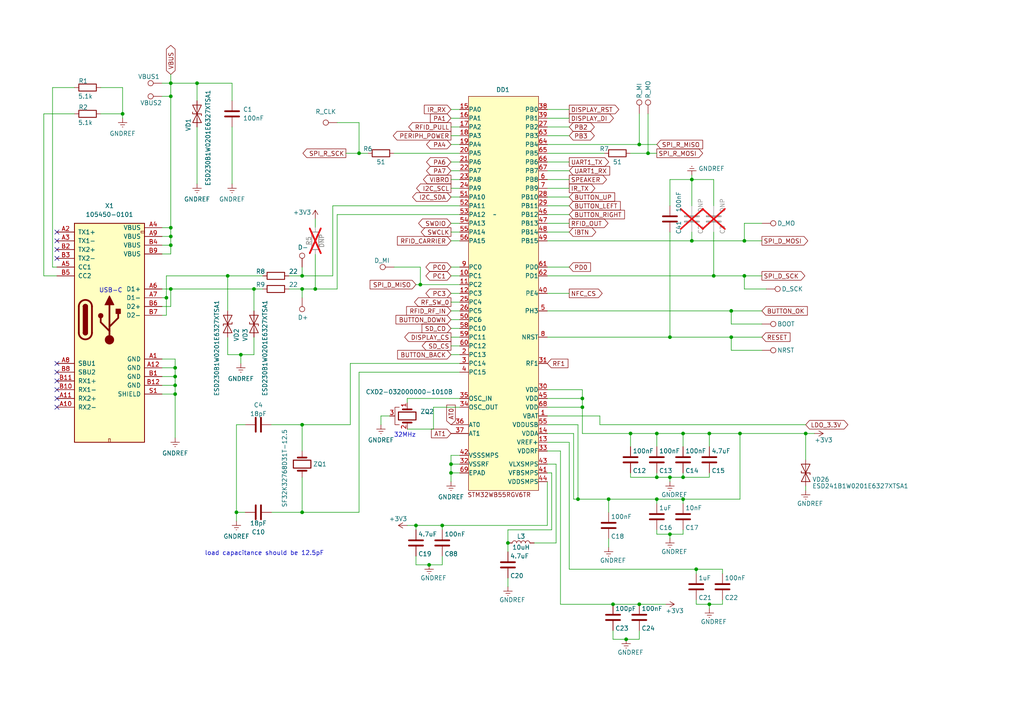
<source format=kicad_sch>
(kicad_sch (version 20250114) (generator "eeschema") (generator_version "9.0")
  (paper "A4")
  (title_block (title "Flipper Device DIY") (rev "13.F7B9C6") (company "Originally from : Flipper Devices Inc.") (comment 1 "DIY Version 1.0"))
  (lib_symbols
    (symbol "Connector:TestPoint" (pin_numbers (hide yes)) (pin_names (offset 0.762) (hide yes))
      (property "Reference" "TP" (at 0 6.858 0))
      (property "Value" "TestPoint" (at 0 5.08 0))
      (symbol "TestPoint_1_1"
        (pin passive line (at 0 0 90) (length 2.54) (name "1") (number "1"))
      )
    )
    (symbol "Connector:USB_C_Plug" (pin_names (offset 1.016))
      (property "Reference" "X1" (at 0 33.02 0))
      (property "Value" "105450-0101" (at 0 30.48 0))
      (symbol "USB_C_Plug_1_1"
        (pin bidirectional line (at -15.24 25.4 0) (length 5.08) (name "TX1+") (number "A2"))
        (pin bidirectional line (at -15.24 22.86 0) (length 5.08) (name "TX1-") (number "A3"))
        (pin bidirectional line (at -15.24 20.32 0) (length 5.08) (name "TX2+") (number "B2"))
        (pin bidirectional line (at -15.24 17.78 0) (length 5.08) (name "TX2-") (number "B3"))
        (pin bidirectional line (at -15.24 15.24 0) (length 5.08) (name "CC1") (number "A5"))
        (pin bidirectional line (at -15.24 12.7 0) (length 5.08) (name "CC2") (number "B5"))
        (pin bidirectional line (at -15.24 -12.7 0) (length 5.08) (name "SBU1") (number "A8"))
        (pin bidirectional line (at -15.24 -15.24 0) (length 5.08) (name "SBU2") (number "B8"))
        (pin bidirectional line (at -15.24 -17.78 0) (length 5.08) (name "RX1+") (number "B11"))
        (pin bidirectional line (at -15.24 -20.32 0) (length 5.08) (name "RX1-") (number "B10"))
        (pin bidirectional line (at -15.24 -22.86 0) (length 5.08) (name "RX2+") (number "A11"))
        (pin bidirectional line (at -15.24 -25.4 0) (length 5.08) (name "RX2-") (number "A10"))
        (pin passive line (at 15.24 26.67 180) (length 5.08) (name "VBUS") (number "A4"))
        (pin passive line (at 15.24 24.13 180) (length 5.08) (name "VBUS") (number "A9"))
        (pin passive line (at 15.24 21.59 180) (length 5.08) (name "VBUS") (number "B4"))
        (pin passive line (at 15.24 19.05 180) (length 5.08) (name "VBUS") (number "B9"))
        (pin bidirectional line (at 15.24 8.89 180) (length 5.08) (name "D1+") (number "A6"))
        (pin bidirectional line (at 15.24 6.35 180) (length 5.08) (name "D1-") (number "A7"))
        (pin passive line (at 15.24 3.81 180) (length 5.08) (name "D2+") (number "B6"))
        (pin passive line (at 15.24 1.27 180) (length 5.08) (name "D2-") (number "B7"))
        (pin passive line (at 15.24 -11.43 180) (length 5.08) (name "GND") (number "A1"))
        (pin passive line (at 15.24 -13.97 180) (length 5.08) (name "GND") (number "A12"))
        (pin passive line (at 15.24 -16.51 180) (length 5.08) (name "GND") (number "B1"))
        (pin passive line (at 15.24 -19.05 180) (length 5.08) (name "GND") (number "B12"))
        (pin passive line (at 15.24 -21.59 180) (length 5.08) (name "SHIELD") (number "S1"))
      )
    )
    (symbol "Device:C" (pin_numbers (hide yes)) (pin_names (offset 0.254))
      (property "Reference" "C" (at 0.635 2.54 0))
      (property "Value" "C" (at 0.635 -2.54 0))
      (symbol "C_1_1"
        (pin passive line (at 0 3.81 270) (length 2.794) (name "~") (number "1"))
        (pin passive line (at 0 -3.81 90) (length 2.794) (name "~") (number "2"))
      )
    )
    (symbol "Device:Crystal" (pin_numbers (hide yes)) (pin_names (offset 1.016) (hide yes))
      (property "Reference" "Y" (at 0 3.81 0))
      (property "Value" "Crystal" (at 0 -3.81 0))
      (symbol "Crystal_1_1"
        (pin passive line (at -3.81 0 0) (length 1.27) (name "1") (number "1"))
        (pin passive line (at 3.81 0 180) (length 1.27) (name "2") (number "2"))
      )
    )
    (symbol "Device:Crystal_GND3" (pin_names (offset 1.016) (hide yes))
      (property "Reference" "Y" (at 0 5.715 0))
      (property "Value" "Crystal_GND3" (at 0 3.81 0))
      (symbol "Crystal_GND3_1_1"
        (pin passive line (at -3.81 0 0) (length 1.27) (name "1") (number "1"))
        (pin passive line (at 0 -5.08 90) (length 1.27) (name "3") (number "3"))
        (pin passive line (at 3.81 0 180) (length 1.27) (name "2") (number "2"))
      )
    )
    (symbol "Device:L" (pin_numbers (hide yes)) (pin_names (offset 1.016) (hide yes))
      (property "Reference" "L" (at -1.27 0 90))
      (property "Value" "L" (at 1.905 0 90))
      (symbol "L_1_1"
        (pin passive line (at 0 3.81 270) (length 1.27) (name "1") (number "1"))
        (pin passive line (at 0 -3.81 90) (length 1.27) (name "2") (number "2"))
      )
    )
    (symbol "Device:R" (pin_numbers (hide yes)) (pin_names (offset 0))
      (property "Reference" "R" (at 2.032 0 90))
      (property "Value" "R" (at 0 0 90))
      (symbol "R_1_1"
        (pin passive line (at 0 3.81 270) (length 1.27) (name "~") (number "1"))
        (pin passive line (at 0 -3.81 90) (length 1.27) (name "~") (number "2"))
      )
    )
    (symbol "Diode:ESD9B5.0ST5G" (pin_numbers (hide yes)) (pin_names (offset 1.016) (hide yes))
      (property "Reference" "D" (at 0 2.54 0))
      (property "Value" "ESD9B5.0ST5G" (at 0 -2.54 0))
      (symbol "ESD9B5.0ST5G_1_1"
        (pin passive line (at -3.81 0 0) (length 2.54) (name "A1") (number "1"))
        (pin passive line (at 3.81 0 180) (length 2.54) (name "A2") (number "2"))
      )
    )
    (symbol "Flipper_Zero_Lib:STM32WB55RGV6TR" (pin_names (offset 0.0001))
      (property "Reference" "DD" (at -8.89 35.56 0))
      (symbol "STM32WB55RGV6TR_1_1"
        (text "STM32WB55RGV6TR" (at -1.27 -81.28 0) (effects (font (size 1.27 1.27))))
        (pin passive line (at -15.24 -60.96 0) (length 5.08) (name "AT0") (number "36"))
        (pin passive line (at -15.24 -63.5 0) (length 5.08) (name "AT1") (number "37"))
        (pin bidirectional line (at -12.7 30.48 0) (length 2.54) (name "PA0") (number "15"))
        (pin bidirectional line (at -12.7 27.94 0) (length 2.54) (name "PA1") (number "16"))
        (pin bidirectional line (at -12.7 25.4 0) (length 2.54) (name "PA2") (number "17"))
        (pin bidirectional line (at -12.7 22.86 0) (length 2.54) (name "PA3") (number "18"))
        (pin bidirectional line (at -12.7 20.32 0) (length 2.54) (name "PA4") (number "19"))
        (pin bidirectional line (at -12.7 17.78 0) (length 2.54) (name "PA5") (number "20"))
        (pin bidirectional line (at -12.7 15.24 0) (length 2.54) (name "PA6") (number "21"))
        (pin bidirectional line (at -12.7 12.7 0) (length 2.54) (name "PA7") (number "22"))
        (pin bidirectional line (at -12.7 10.16 0) (length 2.54) (name "PA8") (number "23"))
        (pin bidirectional line (at -12.7 7.62 0) (length 2.54) (name "PA9") (number "24"))
        (pin bidirectional line (at -12.7 5.08 0) (length 2.54) (name "PA10") (number "51"))
        (pin bidirectional line (at -12.7 2.54 0) (length 2.54) (name "PA11") (number "52"))
        (pin bidirectional line (at -12.7 0 0) (length 2.54) (name "PA12") (number "53"))
        (pin bidirectional line (at -12.7 -2.54 0) (length 2.54) (name "PA13") (number "54"))
        (pin bidirectional line (at -12.7 -5.08 0) (length 2.54) (name "PA14") (number "55"))
        (pin bidirectional line (at -12.7 -7.62 0) (length 2.54) (name "PA15") (number "56"))
        (pin bidirectional line (at -12.7 -15.24 0) (length 2.54) (name "PC0") (number "9"))
        (pin bidirectional line (at -12.7 -17.78 0) (length 2.54) (name "PC1") (number "10"))
        (pin bidirectional line (at -12.7 -20.32 0) (length 2.54) (name "PC2") (number "11"))
        (pin bidirectional line (at -12.7 -22.86 0) (length 2.54) (name "PC3") (number "12"))
        (pin bidirectional line (at -12.7 -25.4 0) (length 2.54) (name "PC4") (number "25"))
        (pin bidirectional line (at -12.7 -27.94 0) (length 2.54) (name "PC5") (number "26"))
        (pin bidirectional line (at -12.7 -30.48 0) (length 2.54) (name "PC6") (number "50"))
        (pin bidirectional line (at -12.7 -33.02 0) (length 2.54) (name "PC10") (number "58"))
        (pin bidirectional line (at -12.7 -35.56 0) (length 2.54) (name "PC11") (number "59"))
        (pin bidirectional line (at -12.7 -38.1 0) (length 2.54) (name "PC12") (number "60"))
        (pin bidirectional line (at -12.7 -40.64 0) (length 2.54) (name "PC13") (number "2"))
        (pin bidirectional line (at -12.7 -43.18 0) (length 2.54) (name "PC14") (number "3"))
        (pin bidirectional line (at -12.7 -45.72 0) (length 2.54) (name "PC15") (number "4"))
        (pin bidirectional line (at -12.7 -53.34 0) (length 2.54) (name "OSC_IN") (number "35"))
        (pin bidirectional line (at -12.7 -55.88 0) (length 2.54) (name "OSC_OUT") (number "34"))
        (pin bidirectional line (at -12.7 -69.85 0) (length 2.54) (name "VSSSMPS") (number "42"))
        (pin bidirectional line (at -12.7 -72.39 0) (length 2.54) (name "VSSRF") (number "32"))
        (pin bidirectional line (at -12.7 -74.93 0) (length 2.54) (name "EPAD") (number "69"))
        (pin bidirectional line (at 12.7 30.48 180) (length 2.54) (name "PB0") (number "38"))
        (pin bidirectional line (at 12.7 27.94 180) (length 2.54) (name "PB1") (number "39"))
        (pin bidirectional line (at 12.7 25.4 180) (length 2.54) (name "PB2") (number "27"))
        (pin bidirectional line (at 12.7 22.86 180) (length 2.54) (name "PB3") (number "63"))
        (pin bidirectional line (at 12.7 20.32 180) (length 2.54) (name "PB4") (number "64"))
        (pin bidirectional line (at 12.7 17.78 180) (length 2.54) (name "PB5") (number "65"))
        (pin bidirectional line (at 12.7 15.24 180) (length 2.54) (name "PB6") (number "66"))
        (pin bidirectional line (at 12.7 12.7 180) (length 2.54) (name "PB7") (number "67"))
        (pin bidirectional line (at 12.7 10.16 180) (length 2.54) (name "PB8") (number "6"))
        (pin bidirectional line (at 12.7 7.62 180) (length 2.54) (name "PB9") (number "7"))
        (pin bidirectional line (at 12.7 5.08 180) (length 2.54) (name "PB10") (number "28"))
        (pin bidirectional line (at 12.7 2.54 180) (length 2.54) (name "PB11") (number "29"))
        (pin bidirectional line (at 12.7 0 180) (length 2.54) (name "PB12") (number "46"))
        (pin bidirectional line (at 12.7 -2.54 180) (length 2.54) (name "PB13") (number "47"))
        (pin bidirectional line (at 12.7 -5.08 180) (length 2.54) (name "PB14") (number "48"))
        (pin bidirectional line (at 12.7 -7.62 180) (length 2.54) (name "PB15") (number "49"))
        (pin bidirectional line (at 12.7 -15.24 180) (length 2.54) (name "PD0") (number "61"))
        (pin bidirectional line (at 12.7 -17.78 180) (length 2.54) (name "PD1") (number "62"))
        (pin bidirectional line (at 12.7 -22.86 180) (length 2.54) (name "PE4") (number "40"))
        (pin bidirectional line (at 12.7 -27.94 180) (length 2.54) (name "PH3") (number "5"))
        (pin bidirectional line (at 12.7 -35.56 180) (length 2.54) (name "NRST") (number "8"))
        (pin bidirectional line (at 12.7 -43.18 180) (length 2.54) (name "RF1") (number "31"))
        (pin bidirectional line (at 12.7 -50.8 180) (length 2.54) (name "VDD") (number "30"))
        (pin bidirectional line (at 12.7 -53.34 180) (length 2.54) (name "VDD") (number "45"))
        (pin bidirectional line (at 12.7 -55.88 180) (length 2.54) (name "VDD") (number "68"))
        (pin bidirectional line (at 12.7 -58.42 180) (length 2.54) (name "VBAT") (number "1"))
        (pin bidirectional line (at 12.7 -60.96 180) (length 2.54) (name "VDDUSB") (number "55"))
        (pin bidirectional line (at 12.7 -63.5 180) (length 2.54) (name "VDDA") (number "14"))
        (pin bidirectional line (at 12.7 -66.04 180) (length 2.54) (name "VREF+") (number "13"))
        (pin bidirectional line (at 12.7 -68.58 180) (length 2.54) (name "VDDRF") (number "33"))
        (pin bidirectional line (at 12.7 -72.39 180) (length 2.54) (name "VLXSMPS") (number "43"))
        (pin bidirectional line (at 12.7 -74.93 180) (length 2.54) (name "VFBSMPS") (number "41"))
        (pin bidirectional line (at 12.7 -77.47 180) (length 2.54) (name "VDDSMPS") (number "44"))
      )
    )
    (symbol "power:+3V3" (power) (pin_names (offset 0))
      (property "Value" "+3V3" (at 0 3.556 0))
      (symbol "+3V3_1_1"
        (pin power_in line (at 0 0 90) (length 0) (hide yes) (name "+3V3") (number "1"))
      )
    )
    (symbol "power:GNDREF" (power) (pin_names (offset 0))
      (property "Value" "GNDREF" (at 0 -3.81 0))
      (symbol "GNDREF_1_1"
        (pin power_in line (at 0 0 270) (length 0) (hide yes) (name "GNDREF") (number "1"))
      )
    )
  )
  (text "load capacitance should be 12.5pF" (at 93.98 161.29 0) (effects (font (size 1.27 1.27)) (justify right bottom)))
  (text "32MHz" (at 120.65 127 0) (effects (font (size 1.27 1.27)) (justify right bottom)))
  (text "USB-C" (at 35.56 85.09 0) (effects (font (size 1.27 1.27)) (justify right bottom)))
  (junction (at 200.66 69.85))
  (junction (at 212.09 90.17))
  (junction (at 214.63 125.73))
  (junction (at 205.74 175.26))
  (junction (at 87.63 83.82))
  (junction (at 185.42 175.26))
  (junction (at 68.58 148.59))
  (junction (at 49.53 24.13))
  (junction (at 73.66 83.82))
  (junction (at 49.53 27.94))
  (junction (at 50.8 109.22))
  (junction (at 190.5 138.43))
  (junction (at 48.26 86.36))
  (junction (at 190.5 125.73))
  (junction (at 168.91 118.11))
  (junction (at 194.31 97.79))
  (junction (at 198.12 125.73))
  (junction (at 190.5 144.78))
  (junction (at 104.14 44.45))
  (junction (at 176.53 144.78))
  (junction (at 198.12 144.78))
  (junction (at 215.9 69.85))
  (junction (at 49.53 71.12))
  (junction (at 187.96 44.45))
  (junction (at 168.91 115.57))
  (junction (at 87.63 148.59))
  (junction (at 215.9 80.01))
  (junction (at 57.15 24.13))
  (junction (at 198.12 138.43))
  (junction (at 130.81 137.16))
  (junction (at 91.44 83.82))
  (junction (at 66.04 80.01))
  (junction (at 205.74 125.73))
  (junction (at 49.53 66.04))
  (junction (at 181.61 185.42))
  (junction (at 201.93 165.1))
  (junction (at 194.31 138.43))
  (junction (at 177.8 175.26))
  (junction (at 147.32 157.48))
  (junction (at 167.64 144.78))
  (junction (at 87.63 123.19))
  (junction (at 200.66 52.07))
  (junction (at 130.81 134.62))
  (junction (at 128.27 152.4))
  (junction (at 50.8 111.76))
  (junction (at 185.42 41.91))
  (junction (at 69.85 102.87))
  (junction (at 35.56 33.02))
  (junction (at 50.8 114.3))
  (junction (at 121.92 82.55))
  (junction (at 182.88 125.73))
  (junction (at 50.8 106.68))
  (junction (at 207.01 80.01))
  (junction (at 194.31 154.94))
  (junction (at 233.68 125.73))
  (junction (at 124.46 163.83))
  (junction (at 49.53 68.58))
  (junction (at 87.63 80.01))
  (junction (at 49.53 83.82))
  (junction (at 212.09 97.79))
  (junction (at 120.65 152.4))
  (no_connect (at 16.51 69.85))
  (no_connect (at 16.51 110.49))
  (no_connect (at 16.51 118.11))
  (no_connect (at 16.51 72.39))
  (no_connect (at 16.51 105.41))
  (no_connect (at 16.51 115.57))
  (no_connect (at 16.51 113.03))
  (no_connect (at 16.51 67.31))
  (no_connect (at 16.51 107.95))
  (no_connect (at 16.51 74.93))
  (wire (pts (xy 96.52 80.01) (xy 96.52 59.69)))
  (wire (pts (xy 185.42 41.91) (xy 190.5 41.91)))
  (wire (pts (xy 212.09 97.79) (xy 194.31 97.79)))
  (wire (pts (xy 207.01 80.01) (xy 215.9 80.01)))
  (wire (pts (xy 201.93 175.26) (xy 205.74 175.26)))
  (wire (pts (xy 73.66 83.82) (xy 76.2 83.82)))
  (wire (pts (xy 67.31 36.83) (xy 67.31 53.34)))
  (wire (pts (xy 50.8 109.22) (xy 50.8 111.76)))
  (wire (pts (xy 57.15 36.83) (xy 57.15 53.34)))
  (wire (pts (xy 97.79 35.56) (xy 104.14 35.56)))
  (wire (pts (xy 200.66 69.85) (xy 215.9 69.85)))
  (wire (pts (xy 69.85 105.41) (xy 69.85 102.87)))
  (wire (pts (xy 177.8 175.26) (xy 185.42 175.26)))
  (wire (pts (xy 158.75 36.83) (xy 165.1 36.83)))
  (wire (pts (xy 185.42 33.02) (xy 185.42 41.91)))
  (wire (pts (xy 187.96 33.02) (xy 187.96 44.45)))
  (wire (pts (xy 96.52 59.69) (xy 133.35 59.69)))
  (wire (pts (xy 120.65 152.4) (xy 128.27 152.4)))
  (wire (pts (xy 205.74 175.26) (xy 209.55 175.26)))
  (wire (pts (xy 97.79 83.82) (xy 91.44 83.82)))
  (wire (pts (xy 130.81 137.16) (xy 133.35 137.16)))
  (wire (pts (xy 158.75 54.61) (xy 165.1 54.61)))
  (wire (pts (xy 147.32 157.48) (xy 147.32 160.02)))
  (wire (pts (xy 194.31 59.69) (xy 194.31 52.07)))
  (wire (pts (xy 194.31 138.43) (xy 198.12 138.43)))
  (wire (pts (xy 158.75 34.29) (xy 165.1 34.29)))
  (wire (pts (xy 182.88 125.73) (xy 190.5 125.73)))
  (wire (pts (xy 15.24 77.47) (xy 16.51 77.47)))
  (wire (pts (xy 207.01 67.31) (xy 207.01 80.01)))
  (wire (pts (xy 158.75 57.15) (xy 165.1 57.15)))
  (wire (pts (xy 158.75 39.37) (xy 165.1 39.37)))
  (wire (pts (xy 104.14 44.45) (xy 106.68 44.45)))
  (wire (pts (xy 46.99 66.04) (xy 49.53 66.04)))
  (wire (pts (xy 167.64 123.19) (xy 167.64 144.78)))
  (wire (pts (xy 198.12 137.16) (xy 198.12 138.43)))
  (wire (pts (xy 130.81 87.63) (xy 133.35 87.63)))
  (wire (pts (xy 220.98 64.77) (xy 215.9 64.77)))
  (wire (pts (xy 182.88 138.43) (xy 190.5 138.43)))
  (wire (pts (xy 158.75 62.23) (xy 165.1 62.23)))
  (wire (pts (xy 68.58 123.19) (xy 68.58 148.59)))
  (wire (pts (xy 29.21 33.02) (xy 35.56 33.02)))
  (wire (pts (xy 128.27 163.83) (xy 128.27 161.29)))
  (wire (pts (xy 212.09 90.17) (xy 220.98 90.17)))
  (wire (pts (xy 49.53 68.58) (xy 49.53 71.12)))
  (wire (pts (xy 21.59 25.4) (xy 15.24 25.4)))
  (wire (pts (xy 104.14 35.56) (xy 104.14 44.45)))
  (wire (pts (xy 35.56 25.4) (xy 35.56 33.02)))
  (wire (pts (xy 158.75 152.4) (xy 128.27 152.4)))
  (wire (pts (xy 168.91 118.11) (xy 158.75 118.11)))
  (wire (pts (xy 205.74 125.73) (xy 214.63 125.73)))
  (wire (pts (xy 147.32 167.64) (xy 147.32 170.18)))
  (wire (pts (xy 66.04 90.17) (xy 66.04 80.01)))
  (wire (pts (xy 73.66 83.82) (xy 49.53 83.82)))
  (wire (pts (xy 158.75 31.75) (xy 165.1 31.75)))
  (wire (pts (xy 114.3 44.45) (xy 133.35 44.45)))
  (wire (pts (xy 110.49 120.65) (xy 110.49 123.19)))
  (wire (pts (xy 130.81 90.17) (xy 133.35 90.17)))
  (wire (pts (xy 182.88 44.45) (xy 187.96 44.45)))
  (wire (pts (xy 46.99 104.14) (xy 50.8 104.14)))
  (wire (pts (xy 177.8 182.88) (xy 177.8 185.42)))
  (wire (pts (xy 49.53 83.82) (xy 46.99 83.82)))
  (wire (pts (xy 21.59 33.02) (xy 12.7 33.02)))
  (wire (pts (xy 130.81 39.37) (xy 133.35 39.37)))
  (wire (pts (xy 165.1 165.1) (xy 201.93 165.1)))
  (wire (pts (xy 205.74 175.26) (xy 205.74 176.53)))
  (wire (pts (xy 73.66 102.87) (xy 69.85 102.87)))
  (wire (pts (xy 101.6 123.19) (xy 87.63 123.19)))
  (wire (pts (xy 130.81 34.29) (xy 133.35 34.29)))
  (wire (pts (xy 46.99 73.66) (xy 49.53 73.66)))
  (wire (pts (xy 194.31 154.94) (xy 190.5 154.94)))
  (wire (pts (xy 200.66 52.07) (xy 207.01 52.07)))
  (wire (pts (xy 200.66 69.85) (xy 158.75 69.85)))
  (wire (pts (xy 200.66 67.31) (xy 200.66 69.85)))
  (wire (pts (xy 214.63 125.73) (xy 233.68 125.73)))
  (wire (pts (xy 50.8 104.14) (xy 50.8 106.68)))
  (wire (pts (xy 130.81 57.15) (xy 133.35 57.15)))
  (wire (pts (xy 48.26 91.44) (xy 46.99 91.44)))
  (wire (pts (xy 46.99 71.12) (xy 49.53 71.12)))
  (wire (pts (xy 133.35 105.41) (xy 101.6 105.41)))
  (wire (pts (xy 162.56 130.81) (xy 162.56 175.26)))
  (wire (pts (xy 158.75 49.53) (xy 165.1 49.53)))
  (wire (pts (xy 133.35 62.23) (xy 97.79 62.23)))
  (wire (pts (xy 101.6 105.41) (xy 101.6 123.19)))
  (wire (pts (xy 176.53 144.78) (xy 190.5 144.78)))
  (wire (pts (xy 73.66 97.79) (xy 73.66 102.87)))
  (wire (pts (xy 201.93 173.99) (xy 201.93 175.26)))
  (wire (pts (xy 158.75 77.47) (xy 165.1 77.47)))
  (wire (pts (xy 48.26 86.36) (xy 48.26 91.44)))
  (wire (pts (xy 68.58 148.59) (xy 71.12 148.59)))
  (wire (pts (xy 66.04 102.87) (xy 69.85 102.87)))
  (wire (pts (xy 121.92 77.47) (xy 121.92 82.55)))
  (wire (pts (xy 205.74 138.43) (xy 205.74 137.16)))
  (wire (pts (xy 185.42 175.26) (xy 193.04 175.26)))
  (wire (pts (xy 194.31 138.43) (xy 194.31 139.7)))
  (wire (pts (xy 198.12 138.43) (xy 205.74 138.43)))
  (wire (pts (xy 91.44 63.5) (xy 91.44 66.04)))
  (wire (pts (xy 66.04 80.01) (xy 76.2 80.01)))
  (wire (pts (xy 104.14 107.95) (xy 104.14 148.59)))
  (wire (pts (xy 91.44 73.66) (xy 91.44 83.82)))
  (wire (pts (xy 66.04 80.01) (xy 48.26 80.01)))
  (wire (pts (xy 130.81 52.07) (xy 133.35 52.07)))
  (wire (pts (xy 158.75 67.31) (xy 165.1 67.31)))
  (wire (pts (xy 166.37 144.78) (xy 167.64 144.78)))
  (wire (pts (xy 130.81 49.53) (xy 133.35 49.53)))
  (wire (pts (xy 48.26 80.01) (xy 48.26 86.36)))
  (wire (pts (xy 187.96 44.45) (xy 190.5 44.45)))
  (wire (pts (xy 215.9 80.01) (xy 220.98 80.01)))
  (wire (pts (xy 220.98 101.6) (xy 212.09 101.6)))
  (wire (pts (xy 158.75 85.09) (xy 165.1 85.09)))
  (wire (pts (xy 68.58 148.59) (xy 68.58 151.13)))
  (wire (pts (xy 49.53 21.59) (xy 49.53 24.13)))
  (wire (pts (xy 158.75 128.27) (xy 165.1 128.27)))
  (wire (pts (xy 87.63 80.01) (xy 96.52 80.01)))
  (wire (pts (xy 113.03 120.65) (xy 110.49 120.65)))
  (wire (pts (xy 15.24 25.4) (xy 15.24 77.47)))
  (wire (pts (xy 160.02 137.16) (xy 160.02 153.67)))
  (wire (pts (xy 87.63 148.59) (xy 87.63 138.43)))
  (wire (pts (xy 161.29 157.48) (xy 161.29 134.62)))
  (wire (pts (xy 49.53 71.12) (xy 49.53 73.66)))
  (wire (pts (xy 120.65 82.55) (xy 121.92 82.55)))
  (wire (pts (xy 176.53 156.21) (xy 176.53 158.75)))
  (wire (pts (xy 212.09 97.79) (xy 220.98 97.79)))
  (wire (pts (xy 201.93 165.1) (xy 209.55 165.1)))
  (wire (pts (xy 50.8 114.3) (xy 50.8 127)))
  (wire (pts (xy 130.81 80.01) (xy 133.35 80.01)))
  (wire (pts (xy 190.5 125.73) (xy 198.12 125.73)))
  (wire (pts (xy 12.7 33.02) (xy 12.7 80.01)))
  (wire (pts (xy 49.53 24.13) (xy 49.53 27.94)))
  (wire (pts (xy 130.81 95.25) (xy 133.35 95.25)))
  (wire (pts (xy 78.74 148.59) (xy 87.63 148.59)))
  (wire (pts (xy 147.32 153.67) (xy 147.32 157.48)))
  (wire (pts (xy 130.81 132.08) (xy 130.81 134.62)))
  (wire (pts (xy 190.5 144.78) (xy 190.5 146.05)))
  (wire (pts (xy 133.35 132.08) (xy 130.81 132.08)))
  (wire (pts (xy 154.94 157.48) (xy 161.29 157.48)))
  (wire (pts (xy 130.81 85.09) (xy 133.35 85.09)))
  (wire (pts (xy 198.12 125.73) (xy 198.12 129.54)))
  (wire (pts (xy 209.55 175.26) (xy 209.55 173.99)))
  (wire (pts (xy 118.11 124.46) (xy 125.73 124.46)))
  (wire (pts (xy 118.11 152.4) (xy 120.65 152.4)))
  (wire (pts (xy 198.12 144.78) (xy 214.63 144.78)))
  (wire (pts (xy 130.81 137.16) (xy 130.81 139.7)))
  (wire (pts (xy 173.99 123.19) (xy 233.68 123.19)))
  (wire (pts (xy 158.75 125.73) (xy 166.37 125.73)))
  (wire (pts (xy 167.64 144.78) (xy 176.53 144.78)))
  (wire (pts (xy 12.7 80.01) (xy 16.51 80.01)))
  (wire (pts (xy 46.99 114.3) (xy 50.8 114.3)))
  (wire (pts (xy 158.75 123.19) (xy 167.64 123.19)))
  (wire (pts (xy 214.63 144.78) (xy 214.63 125.73)))
  (wire (pts (xy 198.12 144.78) (xy 198.12 146.05)))
  (wire (pts (xy 91.44 83.82) (xy 87.63 83.82)))
  (wire (pts (xy 87.63 77.47) (xy 87.63 80.01)))
  (wire (pts (xy 194.31 67.31) (xy 194.31 97.79)))
  (wire (pts (xy 46.99 111.76) (xy 50.8 111.76)))
  (wire (pts (xy 130.81 97.79) (xy 133.35 97.79)))
  (wire (pts (xy 130.81 92.71) (xy 133.35 92.71)))
  (wire (pts (xy 87.63 83.82) (xy 87.63 86.36)))
  (wire (pts (xy 130.81 41.91) (xy 133.35 41.91)))
  (wire (pts (xy 198.12 153.67) (xy 198.12 154.94)))
  (wire (pts (xy 198.12 154.94) (xy 194.31 154.94)))
  (wire (pts (xy 205.74 125.73) (xy 205.74 129.54)))
  (wire (pts (xy 66.04 97.79) (xy 66.04 102.87)))
  (wire (pts (xy 215.9 83.82) (xy 215.9 80.01)))
  (wire (pts (xy 158.75 139.7) (xy 158.75 152.4)))
  (wire (pts (xy 46.99 24.13) (xy 49.53 24.13)))
  (wire (pts (xy 46.99 109.22) (xy 50.8 109.22)))
  (wire (pts (xy 168.91 115.57) (xy 168.91 118.11)))
  (wire (pts (xy 168.91 125.73) (xy 182.88 125.73)))
  (wire (pts (xy 83.82 80.01) (xy 87.63 80.01)))
  (wire (pts (xy 87.63 83.82) (xy 83.82 83.82)))
  (wire (pts (xy 194.31 154.94) (xy 194.31 156.21)))
  (wire (pts (xy 190.5 125.73) (xy 190.5 129.54)))
  (wire (pts (xy 57.15 24.13) (xy 57.15 29.21)))
  (wire (pts (xy 130.81 67.31) (xy 133.35 67.31)))
  (wire (pts (xy 215.9 69.85) (xy 220.98 69.85)))
  (wire (pts (xy 133.35 107.95) (xy 104.14 107.95)))
  (wire (pts (xy 46.99 27.94) (xy 49.53 27.94)))
  (wire (pts (xy 222.25 83.82) (xy 215.9 83.82)))
  (wire (pts (xy 158.75 113.03) (xy 168.91 113.03)))
  (wire (pts (xy 182.88 137.16) (xy 182.88 138.43)))
  (wire (pts (xy 181.61 185.42) (xy 185.42 185.42)))
  (wire (pts (xy 97.79 62.23) (xy 97.79 83.82)))
  (wire (pts (xy 158.75 120.65) (xy 173.99 120.65)))
  (wire (pts (xy 29.21 25.4) (xy 35.56 25.4)))
  (wire (pts (xy 50.8 106.68) (xy 50.8 109.22)))
  (wire (pts (xy 190.5 153.67) (xy 190.5 154.94)))
  (wire (pts (xy 49.53 27.94) (xy 49.53 66.04)))
  (wire (pts (xy 212.09 93.98) (xy 212.09 90.17)))
  (wire (pts (xy 67.31 24.13) (xy 57.15 24.13)))
  (wire (pts (xy 158.75 46.99) (xy 165.1 46.99)))
  (wire (pts (xy 233.68 125.73) (xy 236.22 125.73)))
  (wire (pts (xy 46.99 106.68) (xy 50.8 106.68)))
  (wire (pts (xy 190.5 144.78) (xy 198.12 144.78)))
  (wire (pts (xy 68.58 123.19) (xy 71.12 123.19)))
  (wire (pts (xy 158.75 137.16) (xy 160.02 137.16)))
  (wire (pts (xy 200.66 50.8) (xy 200.66 52.07)))
  (wire (pts (xy 130.81 46.99) (xy 133.35 46.99)))
  (wire (pts (xy 78.74 123.19) (xy 87.63 123.19)))
  (wire (pts (xy 158.75 64.77) (xy 165.1 64.77)))
  (wire (pts (xy 120.65 153.67) (xy 120.65 152.4)))
  (wire (pts (xy 198.12 125.73) (xy 205.74 125.73)))
  (wire (pts (xy 130.81 134.62) (xy 130.81 137.16)))
  (wire (pts (xy 158.75 44.45) (xy 175.26 44.45)))
  (wire (pts (xy 128.27 152.4) (xy 128.27 153.67)))
  (wire (pts (xy 194.31 52.07) (xy 200.66 52.07)))
  (wire (pts (xy 73.66 90.17) (xy 73.66 83.82)))
  (wire (pts (xy 176.53 144.78) (xy 176.53 148.59)))
  (wire (pts (xy 130.81 69.85) (xy 133.35 69.85)))
  (wire (pts (xy 114.3 77.47) (xy 121.92 77.47)))
  (wire (pts (xy 50.8 111.76) (xy 50.8 114.3)))
  (wire (pts (xy 49.53 24.13) (xy 57.15 24.13)))
  (wire (pts (xy 130.81 64.77) (xy 133.35 64.77)))
  (wire (pts (xy 220.98 93.98) (xy 212.09 93.98)))
  (wire (pts (xy 124.46 163.83) (xy 128.27 163.83)))
  (wire (pts (xy 233.68 125.73) (xy 233.68 133.35)))
  (wire (pts (xy 158.75 90.17) (xy 212.09 90.17)))
  (wire (pts (xy 130.81 31.75) (xy 133.35 31.75)))
  (wire (pts (xy 118.11 116.84) (xy 118.11 115.57)))
  (wire (pts (xy 130.81 102.87) (xy 133.35 102.87)))
  (wire (pts (xy 168.91 118.11) (xy 168.91 125.73)))
  (wire (pts (xy 125.73 124.46) (xy 125.73 118.11)))
  (wire (pts (xy 118.11 115.57) (xy 133.35 115.57)))
  (wire (pts (xy 190.5 137.16) (xy 190.5 138.43)))
  (wire (pts (xy 209.55 166.37) (xy 209.55 165.1)))
  (wire (pts (xy 120.65 163.83) (xy 124.46 163.83)))
  (wire (pts (xy 201.93 165.1) (xy 201.93 166.37)))
  (wire (pts (xy 130.81 54.61) (xy 133.35 54.61)))
  (wire (pts (xy 49.53 88.9) (xy 49.53 83.82)))
  (wire (pts (xy 120.65 161.29) (xy 120.65 163.83)))
  (wire (pts (xy 160.02 153.67) (xy 147.32 153.67)))
  (wire (pts (xy 46.99 68.58) (xy 49.53 68.58)))
  (wire (pts (xy 212.09 97.79) (xy 212.09 101.6)))
  (wire (pts (xy 67.31 29.21) (xy 67.31 24.13)))
  (wire (pts (xy 168.91 113.03) (xy 168.91 115.57)))
  (wire (pts (xy 158.75 59.69) (xy 165.1 59.69)))
  (wire (pts (xy 130.81 100.33) (xy 133.35 100.33)))
  (wire (pts (xy 166.37 125.73) (xy 166.37 144.78)))
  (wire (pts (xy 130.81 36.83) (xy 133.35 36.83)))
  (wire (pts (xy 35.56 33.02) (xy 35.56 34.29)))
  (wire (pts (xy 130.81 77.47) (xy 133.35 77.47)))
  (wire (pts (xy 46.99 86.36) (xy 48.26 86.36)))
  (wire (pts (xy 100.33 44.45) (xy 104.14 44.45)))
  (wire (pts (xy 162.56 175.26) (xy 177.8 175.26)))
  (wire (pts (xy 190.5 138.43) (xy 194.31 138.43)))
  (wire (pts (xy 177.8 185.42) (xy 181.61 185.42)))
  (wire (pts (xy 130.81 134.62) (xy 133.35 134.62)))
  (wire (pts (xy 233.68 140.97) (xy 233.68 142.24)))
  (wire (pts (xy 182.88 125.73) (xy 182.88 129.54)))
  (wire (pts (xy 158.75 130.81) (xy 162.56 130.81)))
  (wire (pts (xy 185.42 185.42) (xy 185.42 182.88)))
  (wire (pts (xy 49.53 66.04) (xy 49.53 68.58)))
  (wire (pts (xy 173.99 120.65) (xy 173.99 123.19)))
  (wire (pts (xy 46.99 88.9) (xy 49.53 88.9)))
  (wire (pts (xy 194.31 97.79) (xy 158.75 97.79)))
  (wire (pts (xy 104.14 148.59) (xy 87.63 148.59)))
  (wire (pts (xy 158.75 80.01) (xy 207.01 80.01)))
  (wire (pts (xy 125.73 118.11) (xy 133.35 118.11)))
  (wire (pts (xy 158.75 115.57) (xy 168.91 115.57)))
  (wire (pts (xy 87.63 123.19) (xy 87.63 130.81)))
  (wire (pts (xy 158.75 52.07) (xy 165.1 52.07)))
  (wire (pts (xy 165.1 128.27) (xy 165.1 165.1)))
  (wire (pts (xy 207.01 52.07) (xy 207.01 59.69)))
  (wire (pts (xy 158.75 41.91) (xy 185.42 41.91)))
  (wire (pts (xy 215.9 64.77) (xy 215.9 69.85)))
  (wire (pts (xy 200.66 52.07) (xy 200.66 59.69)))
  (wire (pts (xy 121.92 82.55) (xy 133.35 82.55)))
  (wire (pts (xy 161.29 134.62) (xy 158.75 134.62)))
  (global_label "PD0" (shape input) (at 165.1 77.47 0) (property "Intersheetrefs" "${INTERSHEET_REFS}" (effects (hide yes))))
  (global_label "RFID_OUT" (shape output) (at 165.1 64.77 0) (property "Intersheetrefs" "${INTERSHEET_REFS}" (effects (hide yes))))
  (global_label "PA7" (shape bidirectional) (at 130.81 49.53 180) (property "Intersheetrefs" "${INTERSHEET_REFS}" (effects (hide yes))))
  (global_label "NFC_CS" (shape output) (at 165.1 85.09 0) (property "Intersheetrefs" "${INTERSHEET_REFS}" (effects (hide yes))))
  (global_label "PERIPH_POWER" (shape output) (at 130.81 39.37 180) (property "Intersheetrefs" "${INTERSHEET_REFS}" (effects (hide yes))))
  (global_label "PB2" (shape bidirectional) (at 165.1 36.83 0) (property "Intersheetrefs" "${INTERSHEET_REFS}" (effects (hide yes))))
  (global_label "iBTN" (shape bidirectional) (at 165.1 67.31 0) (property "Intersheetrefs" "${INTERSHEET_REFS}" (effects (hide yes))))
  (global_label "AT0" (shape input) (at 130.81 123.19 90) (property "Intersheetrefs" "${INTERSHEET_REFS}" (effects (hide yes))))
  (global_label "SPI_D_SCK" (shape output) (at 220.98 80.01 0) (property "Intersheetrefs" "${INTERSHEET_REFS}" (effects (hide yes))))
  (global_label "SPI_R_MOSI" (shape output) (at 190.5 44.45 0) (property "Intersheetrefs" "${INTERSHEET_REFS}" (effects (hide yes))))
  (global_label "SWDIO" (shape bidirectional) (at 130.81 64.77 180) (property "Intersheetrefs" "${INTERSHEET_REFS}" (effects (hide yes))))
  (global_label "SD_CS" (shape output) (at 130.81 100.33 180) (property "Intersheetrefs" "${INTERSHEET_REFS}" (effects (hide yes))))
  (global_label "RFID_CARRIER" (shape input) (at 130.81 69.85 180) (property "Intersheetrefs" "${INTERSHEET_REFS}" (effects (hide yes))))
  (global_label "PA6" (shape bidirectional) (at 130.81 46.99 180) (property "Intersheetrefs" "${INTERSHEET_REFS}" (effects (hide yes))))
  (global_label "LDO_3.3V" (shape bidirectional) (at 233.68 123.19 0) (property "Intersheetrefs" "${INTERSHEET_REFS}" (effects (hide yes))))
  (global_label "BUTTON_BACK" (shape input) (at 130.81 102.87 180) (property "Intersheetrefs" "${INTERSHEET_REFS}" (effects (hide yes))))
  (global_label "SD_CD" (shape input) (at 130.81 95.25 180) (property "Intersheetrefs" "${INTERSHEET_REFS}" (effects (hide yes))))
  (global_label "I2C_SDA" (shape bidirectional) (at 130.81 57.15 180) (property "Intersheetrefs" "${INTERSHEET_REFS}" (effects (hide yes))))
  (global_label "PC0" (shape bidirectional) (at 130.81 77.47 180) (property "Intersheetrefs" "${INTERSHEET_REFS}" (effects (hide yes))))
  (global_label "SWCLK" (shape output) (at 130.81 67.31 180) (property "Intersheetrefs" "${INTERSHEET_REFS}" (effects (hide yes))))
  (global_label "RF_SW_0" (shape output) (at 130.81 87.63 180) (property "Intersheetrefs" "${INTERSHEET_REFS}" (effects (hide yes))))
  (global_label "SPI_D_MOSI" (shape output) (at 220.98 69.85 0) (property "Intersheetrefs" "${INTERSHEET_REFS}" (effects (hide yes))))
  (global_label "PB3" (shape bidirectional) (at 165.1 39.37 0) (property "Intersheetrefs" "${INTERSHEET_REFS}" (effects (hide yes))))
  (global_label "PC3" (shape bidirectional) (at 130.81 85.09 180) (property "Intersheetrefs" "${INTERSHEET_REFS}" (effects (hide yes))))
  (global_label "RF1" (shape input) (at 158.75 105.41 0) (property "Intersheetrefs" "${INTERSHEET_REFS}" (effects (hide yes))))
  (global_label "AT1" (shape input) (at 130.81 125.73 180) (property "Intersheetrefs" "${INTERSHEET_REFS}" (effects (hide yes))))
  (global_label "SPI_R_MISO" (shape input) (at 190.5 41.91 0) (property "Intersheetrefs" "${INTERSHEET_REFS}" (effects (hide yes))))
  (global_label "UART1_TX" (shape output) (at 165.1 46.99 0) (property "Intersheetrefs" "${INTERSHEET_REFS}" (effects (hide yes))))
  (global_label "BUTTON_RIGHT" (shape input) (at 165.1 62.23 0) (property "Intersheetrefs" "${INTERSHEET_REFS}" (effects (hide yes))))
  (global_label "PA1" (shape input) (at 130.81 34.29 180) (property "Intersheetrefs" "${INTERSHEET_REFS}" (effects (hide yes))))
  (global_label "SPEAKER" (shape output) (at 165.1 52.07 0) (property "Intersheetrefs" "${INTERSHEET_REFS}" (effects (hide yes))))
  (global_label "BUTTON_LEFT" (shape input) (at 165.1 59.69 0) (property "Intersheetrefs" "${INTERSHEET_REFS}" (effects (hide yes))))
  (global_label "BUTTON_UP" (shape input) (at 165.1 57.15 0) (property "Intersheetrefs" "${INTERSHEET_REFS}" (effects (hide yes))))
  (global_label "IR_RX" (shape input) (at 130.81 31.75 180) (property "Intersheetrefs" "${INTERSHEET_REFS}" (effects (hide yes))))
  (global_label "I2C_SCL" (shape output) (at 130.81 54.61 180) (property "Intersheetrefs" "${INTERSHEET_REFS}" (effects (hide yes))))
  (global_label "SPI_D_MISO" (shape input) (at 120.65 82.55 180) (property "Intersheetrefs" "${INTERSHEET_REFS}" (effects (hide yes))))
  (global_label "RFID_PULL" (shape output) (at 130.81 36.83 180) (property "Intersheetrefs" "${INTERSHEET_REFS}" (effects (hide yes))))
  (global_label "UART1_RX" (shape input) (at 165.1 49.53 0) (property "Intersheetrefs" "${INTERSHEET_REFS}" (effects (hide yes))))
  (global_label "RFID_RF_IN" (shape input) (at 130.81 90.17 180) (property "Intersheetrefs" "${INTERSHEET_REFS}" (effects (hide yes))))
  (global_label "DISPLAY_DI" (shape output) (at 165.1 34.29 0) (property "Intersheetrefs" "${INTERSHEET_REFS}" (effects (hide yes))))
  (global_label "PA4" (shape bidirectional) (at 130.81 41.91 180) (property "Intersheetrefs" "${INTERSHEET_REFS}" (effects (hide yes))))
  (global_label "BUTTON_DOWN" (shape input) (at 130.81 92.71 180) (property "Intersheetrefs" "${INTERSHEET_REFS}" (effects (hide yes))))
  (global_label "DISPLAY_RST" (shape output) (at 165.1 31.75 0) (property "Intersheetrefs" "${INTERSHEET_REFS}" (effects (hide yes))))
  (global_label "SPI_R_SCK" (shape output) (at 100.33 44.45 180) (property "Intersheetrefs" "${INTERSHEET_REFS}" (effects (hide yes))))
  (global_label "PC1" (shape bidirectional) (at 130.81 80.01 180) (property "Intersheetrefs" "${INTERSHEET_REFS}" (effects (hide yes))))
  (global_label "RESET" (shape input) (at 220.98 97.79 0) (property "Intersheetrefs" "${INTERSHEET_REFS}" (effects (hide yes))))
  (global_label "IR_TX" (shape output) (at 165.1 54.61 0) (property "Intersheetrefs" "${INTERSHEET_REFS}" (effects (hide yes))))
  (global_label "BUTTON_OK" (shape input) (at 220.98 90.17 0) (property "Intersheetrefs" "${INTERSHEET_REFS}" (effects (hide yes))))
  (global_label "VIBRO" (shape output) (at 130.81 52.07 180) (property "Intersheetrefs" "${INTERSHEET_REFS}" (effects (hide yes))))
  (global_label "VBUS" (shape bidirectional) (at 49.53 21.59 90) (property "Intersheetrefs" "${INTERSHEET_REFS}" (effects (hide yes))))
  (global_label "DISPLAY_CS" (shape output) (at 130.81 97.79 180) (property "Intersheetrefs" "${INTERSHEET_REFS}" (effects (hide yes))))
  (symbol (lib_id "Connector:TestPoint") (at 185.42 33.02 0) (unit 1)
    (property "Reference" "TP46" (effects (hide yes)))
    (property "Value" "R_MI" (at 185.42 28.575 90) (effects (justify left)))
    (property "Footprint" "TestPoint:TestPoint_Pad_1.0x1.0mm" (effects (hide yes)))
  )
  (symbol (lib_id "power:GNDREF") (at 194.31 156.21 0) (unit 1)
    (property "Reference" "#PWR072" (effects (hide yes)))
    (property "Value" "GNDREF" (at 195.58 160.02 0))
  )
  (symbol (lib_id "power:+3V3") (at 91.44 63.5 0) (unit 1)
    (property "Reference" "#PWR055" (effects (hide yes)))
    (property "Value" "+3V3" (at 87.63 61.595 0))
  )
  (symbol (lib_id "power:GNDREF") (at 181.61 185.42 0) (unit 1)
    (property "Reference" "#PWR075" (effects (hide yes)))
    (property "Value" "GNDREF" (at 182.88 189.23 0))
  )
  (symbol (lib_id "power:+3V3") (at 236.22 125.73 270) (unit 1)
    (property "Reference" "#PWR070" (effects (hide yes)))
    (property "Value" "+3V3" (at 236.22 127.635 90) (effects (justify left)))
  )
  (symbol (lib_id "Device:R") (at 25.4 25.4 90) (unit 1)
    (property "Reference" "R1" (at 24.13 23.495 90))
    (property "Value" "5.1k" (at 24.765 27.94 90))
    (property "Footprint" "Resistor_SMD:R_0402_1005Metric" (effects (hide yes)))
  )
  (symbol (lib_id "power:GNDREF") (at 67.31 53.34 0) (unit 1)
    (property "Reference" "#PWR053" (effects (hide yes)))
    (property "Value" "GNDREF" (at 67.31 57.785 0))
  )
  (symbol (lib_id "Connector:TestPoint") (at 46.99 27.94 90) (unit 1)
    (property "Reference" "TP42" (effects (hide yes)))
    (property "Value" "VBUS2" (at 43.815 29.845 90))
    (property "Footprint" "TestPoint:TestPoint_Pad_1.0x1.0mm" (effects (hide yes)))
  )
  (symbol (lib_id "Connector:TestPoint") (at 220.98 101.6 270) (unit 1)
    (property "Reference" "TP51" (effects (hide yes)))
    (property "Value" "NRST" (at 225.425 101.6 90) (effects (justify left)))
    (property "Footprint" "TestPoint:TestPoint_Pad_1.0x1.0mm" (effects (hide yes)))
  )
  (symbol (lib_id "Device:Crystal_GND3") (at 118.11 120.65 270) (unit 1)
    (property "Reference" "ZQ2" (at 121.92 119.38 90) (effects (justify left)))
    (property "Value" "CXD2-032000000-1010B" (at 106.045 113.665 90) (effects (justify left)))
    (property "Footprint" "Crystal:Crystal_SMD_2520-4Pin_2.5x2.0mm" (effects (hide yes)))
    (property "description" "Crystals 32MHz" (effects (hide yes)))
  )
  (symbol (lib_id "Connector:TestPoint") (at 97.79 35.56 90) (unit 1)
    (property "Reference" "TP40" (effects (hide yes)))
    (property "Value" "R_CLK" (at 94.488 32.385 90))
    (property "Footprint" "TestPoint:TestPoint_Pad_1.0x1.0mm" (effects (hide yes)))
  )
  (symbol (lib_id "Connector:TestPoint") (at 46.99 24.13 90) (unit 1)
    (property "Reference" "TP41" (effects (hide yes)))
    (property "Value" "VBUS1" (at 43.18 22.225 90))
    (property "Footprint" "TestPoint:TestPoint_Pad_1.0x1.0mm" (effects (hide yes)))
  )
  (symbol (lib_id "Device:C") (at 120.65 157.48 0) (unit 1)
    (property "Reference" "C19" (at 121.285 160.655 0) (effects (justify left)))
    (property "Value" "4.7uF" (at 121.285 154.94 0) (effects (justify left)))
    (property "Footprint" "Capacitor_SMD:C_0402_1005Metric" (effects (hide yes)))
  )
  (symbol (lib_id "Device:C") (at 200.66 63.5 0) (unit 1) (dnp yes)
    (property "Reference" "C2" (at 203.2 67.945 90) (effects (justify left)))
    (property "Value" "DNP" (at 203.2 61.595 90) (effects (justify left)))
    (property "Footprint" "Capacitor_SMD:C_0402_1005Metric" (effects (hide yes)))
  )
  (symbol (lib_id "power:GNDREF") (at 200.66 50.8 180) (unit 1)
    (property "Reference" "#PWR059" (effects (hide yes)))
    (property "Value" "GNDREF" (at 206.375 48.895 0))
  )
  (symbol (lib_id "Device:C") (at 74.93 123.19 90) (unit 1)
    (property "Reference" "C4" (at 74.93 117.475 90))
    (property "Value" "18pF" (at 74.93 120.015 90))
    (property "Footprint" "Capacitor_SMD:C_0402_1005Metric" (effects (hide yes)))
  )
  (symbol (lib_id "Device:R") (at 80.01 80.01 90) (unit 1)
    (property "Reference" "R8" (at 75.565 78.74 90))
    (property "Value" "22" (at 85.09 78.74 90))
    (property "Footprint" "Resistor_SMD:R_0402_1005Metric" (effects (hide yes)))
  )
  (symbol (lib_id "Device:L") (at 151.13 157.48 90) (unit 1)
    (property "Reference" "L3" (at 151.13 155.575 90))
    (property "Value" "10uH" (at 151.13 158.75 90))
    (property "Footprint" "Inductor_SMD:L_0805_2012Metric" (effects (hide yes)))
  )
  (symbol (lib_id "Device:C") (at 198.12 133.35 0) (unit 1)
    (property "Reference" "C14" (at 198.755 136.525 0) (effects (justify left)))
    (property "Value" "100nF" (at 198.755 130.81 0) (effects (justify left)))
    (property "Footprint" "Capacitor_SMD:C_0402_1005Metric" (effects (hide yes)))
  )
  (symbol (lib_id "power:GNDREF") (at 110.49 123.19 0) (unit 1)
    (property "Reference" "#PWR057" (effects (hide yes)))
    (property "Value" "GNDREF" (at 110.49 127.635 0))
  )
  (symbol (lib_id "Device:C") (at 194.31 63.5 0) (unit 1)
    (property "Reference" "C41" (at 196.85 67.945 90) (effects (justify left)))
    (property "Value" "100nF" (at 196.85 61.595 90) (effects (justify left)))
    (property "Footprint" "Capacitor_SMD:C_0603_1608Metric" (effects (hide yes)))
  )
  (symbol (lib_id "Connector:TestPoint") (at 187.96 33.02 0) (unit 1)
    (property "Reference" "TP47" (effects (hide yes)))
    (property "Value" "R_MO" (at 187.96 28.575 90) (effects (justify left)))
    (property "Footprint" "TestPoint:TestPoint_Pad_1.0x1.0mm" (effects (hide yes)))
  )
  (symbol (lib_id "power:GNDREF") (at 233.68 142.24 0) (unit 1)
    (property "Reference" "#PWR069" (effects (hide yes)))
    (property "Value" "GNDREF" (at 234.95 146.05 0))
  )
  (symbol (lib_id "Connector:USB_C_Plug") (at 31.75 92.71 0) (unit 1)
    (property "Reference" "X1" (at 31.75 59.69 0))
    (property "Value" "105450-0101" (at 31.75 62.23 0))
    (property "Footprint" "Connector_USB:USB_C_Receptacle_Amphenol_12401610E4-2A" (effects (hide yes)))
    (property "Datasheet" "https://www.usb.org/sites/default/files/documents/usb_type-c.zip" (effects (hide yes)))
  )
  (symbol (lib_id "Device:R") (at 91.44 69.85 180) (unit 1) (dnp yes)
    (property "Reference" "R5" (at 89.535 69.85 90))
    (property "Value" "DNP" (at 93.345 69.85 90))
    (property "Footprint" "Resistor_SMD:R_0402_1005Metric" (effects (hide yes)))
  )
  (symbol (lib_id "Device:C") (at 198.12 149.86 0) (unit 1)
    (property "Reference" "C17" (at 198.755 153.035 0) (effects (justify left)))
    (property "Value" "10nF" (at 198.755 147.32 0) (effects (justify left)))
    (property "Footprint" "Capacitor_SMD:C_0402_1005Metric" (effects (hide yes)))
  )
  (symbol (lib_id "Device:C") (at 128.27 157.48 0) (unit 1)
    (property "Reference" "C88" (at 128.905 160.655 0) (effects (justify left)))
    (property "Value" "100nF" (at 128.905 154.94 0) (effects (justify left)))
    (property "Footprint" "Capacitor_SMD:C_0402_1005Metric" (effects (hide yes)))
  )
  (symbol (lib_id "Flipper_Zero_Lib:STM32WB55RGV6TR") (at 146.05 62.23 0) (unit 1)
    (property "Reference" "DD1" (at 145.8735 26.035 0))
    (property "Value" "~" (at 143.51 62.23 0))
    (property "Footprint" "footprints:STM32WB55RGV6TR" (effects (hide yes)))
  )
  (symbol (lib_id "Connector:TestPoint") (at 87.63 86.36 180) (unit 1)
    (property "Reference" "TP44" (effects (hide yes)))
    (property "Value" "D+" (at 86.36 92.075 0) (effects (justify right)))
    (property "Footprint" "TestPoint:TestPoint_Pad_1.0x1.0mm" (effects (hide yes)))
  )
  (symbol (lib_id "Connector:TestPoint") (at 114.3 77.47 90) (unit 1)
    (property "Reference" "TP45" (effects (hide yes)))
    (property "Value" "D_MI" (at 113.03 75.565 90) (effects (justify left)))
    (property "Footprint" "TestPoint:TestPoint_Pad_1.0x1.0mm" (effects (hide yes)))
  )
  (symbol (lib_id "Device:C") (at 182.88 133.35 0) (unit 1)
    (property "Reference" "C12" (at 183.515 136.525 0) (effects (justify left)))
    (property "Value" "100nF" (at 183.515 130.81 0) (effects (justify left)))
    (property "Footprint" "Capacitor_SMD:C_0402_1005Metric" (effects (hide yes)))
  )
  (symbol (lib_id "Device:C") (at 209.55 170.18 0) (unit 1)
    (property "Reference" "C22" (at 210.185 173.355 0) (effects (justify left)))
    (property "Value" "100nF" (at 210.185 167.64 0) (effects (justify left)))
    (property "Footprint" "Capacitor_SMD:C_0402_1005Metric" (effects (hide yes)))
  )
  (symbol (lib_id "Device:C") (at 185.42 179.07 0) (unit 1)
    (property "Reference" "C24" (at 186.055 182.245 0) (effects (justify left)))
    (property "Value" "100nF" (at 186.055 176.53 0) (effects (justify left)))
    (property "Footprint" "Capacitor_SMD:C_0402_1005Metric" (effects (hide yes)))
  )
  (symbol (lib_id "Device:C") (at 176.53 152.4 0) (unit 1)
    (property "Reference" "C18" (at 177.165 155.575 0) (effects (justify left)))
    (property "Value" "100nF" (at 177.165 149.86 0) (effects (justify left)))
    (property "Footprint" "Capacitor_SMD:C_0402_1005Metric" (effects (hide yes)))
  )
  (symbol (lib_id "Device:C") (at 207.01 63.5 0) (unit 1) (dnp yes)
    (property "Reference" "C3" (at 209.55 67.945 90) (effects (justify left)))
    (property "Value" "DNP" (at 209.55 61.595 90) (effects (justify left)))
    (property "Footprint" "Capacitor_SMD:C_0402_1005Metric" (effects (hide yes)))
  )
  (symbol (lib_id "Diode:ESD9B5.0ST5G") (at 66.04 93.98 270) (mirror x) (unit 1)
    (property "Reference" "VD2" (at 68.58 95.25 0) (effects (justify right)))
    (property "Value" "ESD230B1W0201E6327XTSA1" (at 62.865 86.995 0) (effects (justify right)))
    (property "Footprint" "Diode_SMD:D_0201_0603Metric" (effects (hide yes)))
    (property "Datasheet" "https://www.onsemi.com/pub/Collateral/ESD9B-D.PDF" (effects (hide yes)))
  )
  (symbol (lib_id "power:GNDREF") (at 57.15 53.34 0) (unit 1)
    (property "Reference" "#PWR052" (effects (hide yes)))
    (property "Value" "GNDREF" (at 57.15 57.785 0))
  )
  (symbol (lib_id "power:+3V3") (at 193.04 175.26 270) (unit 1)
    (property "Reference" "#PWR077" (effects (hide yes)))
    (property "Value" "+3V3" (at 193.04 177.165 90) (effects (justify left)))
  )
  (symbol (lib_id "Connector:TestPoint") (at 220.98 64.77 270) (unit 1)
    (property "Reference" "TP48" (effects (hide yes)))
    (property "Value" "D_MO" (at 225.425 64.77 90) (effects (justify left)))
    (property "Footprint" "TestPoint:TestPoint_Pad_1.0x1.0mm" (effects (hide yes)))
  )
  (symbol (lib_id "power:GNDREF") (at 205.74 176.53 0) (unit 1)
    (property "Reference" "#PWR074" (effects (hide yes)))
    (property "Value" "GNDREF" (at 207.01 180.34 0))
  )
  (symbol (lib_id "power:GNDREF") (at 176.53 158.75 0) (unit 1)
    (property "Reference" "#PWR073" (effects (hide yes)))
    (property "Value" "GNDREF" (at 177.8 162.56 0))
  )
  (symbol (lib_id "Device:C") (at 201.93 170.18 0) (unit 1)
    (property "Reference" "C21" (at 202.565 173.355 0) (effects (justify left)))
    (property "Value" "1uF" (at 202.565 167.64 0) (effects (justify left)))
    (property "Footprint" "Capacitor_SMD:C_0402_1005Metric" (effects (hide yes)))
  )
  (symbol (lib_id "power:GNDREF") (at 35.56 34.29 0) (unit 1)
    (property "Reference" "#PWR050" (effects (hide yes)))
    (property "Value" "GNDREF" (at 35.56 38.735 0))
  )
  (symbol (lib_id "power:+3V3") (at 118.11 152.4 90) (unit 1)
    (property "Reference" "#PWR078" (effects (hide yes)))
    (property "Value" "+3V3" (at 118.11 150.495 90) (effects (justify left)))
  )
  (symbol (lib_id "Device:C") (at 190.5 133.35 0) (unit 1)
    (property "Reference" "C13" (at 191.135 136.525 0) (effects (justify left)))
    (property "Value" "100nF" (at 191.135 130.81 0) (effects (justify left)))
    (property "Footprint" "Capacitor_SMD:C_0402_1005Metric" (effects (hide yes)))
  )
  (symbol (lib_id "Device:R") (at 25.4 33.02 90) (unit 1)
    (property "Reference" "R2" (at 24.13 31.115 90))
    (property "Value" "5.1k" (at 24.765 35.56 90))
    (property "Footprint" "Resistor_SMD:R_0402_1005Metric" (effects (hide yes)))
  )
  (symbol (lib_id "Connector:TestPoint") (at 87.63 77.47 0) (unit 1)
    (property "Reference" "TP43" (effects (hide yes)))
    (property "Value" "D-" (at 86.36 71.755 0) (effects (justify left)))
    (property "Footprint" "TestPoint:TestPoint_Pad_1.0x1.0mm" (effects (hide yes)))
  )
  (symbol (lib_id "power:GNDREF") (at 50.8 127 0) (unit 1)
    (property "Reference" "#PWR051" (effects (hide yes)))
    (property "Value" "GNDREF" (at 50.8 131.445 0))
  )
  (symbol (lib_id "power:GNDREF") (at 130.81 139.7 0) (unit 1)
    (property "Reference" "#PWR058" (effects (hide yes)))
    (property "Value" "GNDREF" (at 130.81 144.145 0))
  )
  (symbol (lib_id "Device:Crystal") (at 87.63 134.62 90) (unit 1)
    (property "Reference" "ZQ1" (at 90.805 134.62 90) (effects (justify right)))
    (property "Value" "SF32K32768D31T-12.5" (at 82.55 124.46 0) (effects (justify right)))
    (property "Footprint" "Crystal:Crystal_SMD_3215-2Pin_3.2x1.5mm" (effects (hide yes)))
    (property "description" "±20ppm, 12.5pF, ESR 70kOhm" (effects (hide yes)))
  )
  (symbol (lib_id "Connector:TestPoint") (at 222.25 83.82 270) (unit 1)
    (property "Reference" "TP49" (effects (hide yes)))
    (property "Value" "D_SCK" (at 226.695 83.82 90) (effects (justify left)))
    (property "Footprint" "TestPoint:TestPoint_Pad_1.0x1.0mm" (effects (hide yes)))
  )
  (symbol (lib_id "Device:C") (at 205.74 133.35 0) (unit 1)
    (property "Reference" "C15" (at 206.375 136.525 0) (effects (justify left)))
    (property "Value" "4.7uF" (at 206.375 130.81 0) (effects (justify left)))
    (property "Footprint" "Capacitor_SMD:C_0402_1005Metric" (effects (hide yes)))
  )
  (symbol (lib_id "Connector:TestPoint") (at 220.98 93.98 270) (unit 1)
    (property "Reference" "TP50" (effects (hide yes)))
    (property "Value" "BOOT" (at 225.425 93.98 90) (effects (justify left)))
    (property "Footprint" "TestPoint:TestPoint_Pad_1.0x1.0mm" (effects (hide yes)))
  )
  (symbol (lib_id "Device:R") (at 80.01 83.82 90) (unit 1)
    (property "Reference" "R9" (at 75.565 82.55 90))
    (property "Value" "22" (at 85.09 82.55 90))
    (property "Footprint" "Resistor_SMD:R_0402_1005Metric" (effects (hide yes)))
  )
  (symbol (lib_id "Device:C") (at 190.5 149.86 0) (unit 1)
    (property "Reference" "C16" (at 191.135 153.035 0) (effects (justify left)))
    (property "Value" "1uF" (at 191.135 147.32 0) (effects (justify left)))
    (property "Footprint" "Capacitor_SMD:C_0402_1005Metric" (effects (hide yes)))
  )
  (symbol (lib_id "Diode:ESD9B5.0ST5G") (at 57.15 33.02 90) (unit 1)
    (property "Reference" "VD1" (at 54.61 34.29 0) (effects (justify right)))
    (property "Value" "ESD230B1W0201E6327XTSA1" (at 60.325 26.035 0) (effects (justify right)))
    (property "Footprint" "Diode_SMD:D_0201_0603Metric" (effects (hide yes)))
    (property "Datasheet" "https://www.onsemi.com/pub/Collateral/ESD9B-D.PDF" (effects (hide yes)))
  )
  (symbol (lib_id "Diode:ESD9B5.0ST5G") (at 73.66 93.98 90) (unit 1)
    (property "Reference" "VD3" (at 71.12 95.25 0) (effects (justify right)))
    (property "Value" "ESD230B1W0201E6327XTSA1" (at 76.835 86.995 0) (effects (justify right)))
    (property "Footprint" "Diode_SMD:D_0201_0603Metric" (effects (hide yes)))
    (property "Datasheet" "https://www.onsemi.com/pub/Collateral/ESD9B-D.PDF" (effects (hide yes)))
  )
  (symbol (lib_id "Diode:ESD9B5.0ST5G") (at 233.68 137.16 90) (unit 1)
    (property "Reference" "VD26" (at 235.585 139.065 90) (effects (justify right)))
    (property "Value" "ESD241B1W0201E6327XTSA1" (at 235.585 140.97 90) (effects (justify right)))
    (property "Footprint" "Diode_SMD:D_0201_0603Metric" (effects (hide yes)))
    (property "Datasheet" "https://www.onsemi.com/pub/Collateral/ESD9B-D.PDF" (effects (hide yes)))
  )
  (symbol (lib_id "Device:C") (at 74.93 148.59 90) (mirror x) (unit 1)
    (property "Reference" "C10" (at 74.93 154.305 90))
    (property "Value" "18pF" (at 74.93 151.765 90))
    (property "Footprint" "Capacitor_SMD:C_0402_1005Metric" (effects (hide yes)))
  )
  (symbol (lib_id "Device:R") (at 110.49 44.45 90) (unit 1)
    (property "Reference" "R6" (at 106.68 43.18 90))
    (property "Value" "51" (at 110.49 46.99 90))
    (property "Footprint" "Resistor_SMD:R_0402_1005Metric" (effects (hide yes)))
  )
  (symbol (lib_id "Device:C") (at 67.31 33.02 0) (unit 1)
    (property "Reference" "C1" (at 70.485 31.75 0) (effects (justify left)))
    (property "Value" "100nF" (at 70.485 34.29 0) (effects (justify left)))
    (property "Footprint" "Capacitor_SMD:C_0402_1005Metric" (effects (hide yes)))
  )
  (symbol (lib_id "Device:C") (at 147.32 163.83 0) (unit 1)
    (property "Reference" "C20" (at 147.955 167.005 0) (effects (justify left)))
    (property "Value" "4.7uF" (at 147.955 161.29 0) (effects (justify left)))
    (property "Footprint" "Capacitor_SMD:C_0402_1005Metric" (effects (hide yes)))
  )
  (symbol (lib_id "power:GNDREF") (at 194.31 139.7 0) (unit 1)
    (property "Reference" "#PWR071" (effects (hide yes)))
    (property "Value" "GNDREF" (at 195.58 143.51 0))
  )
  (symbol (lib_id "power:GNDREF") (at 124.46 163.83 0) (unit 1)
    (property "Reference" "#PWR079" (effects (hide yes)))
    (property "Value" "GNDREF" (at 125.73 167.64 0))
  )
  (symbol (lib_id "Device:C") (at 177.8 179.07 0) (unit 1)
    (property "Reference" "C23" (at 178.435 182.245 0) (effects (justify left)))
    (property "Value" "100pF" (at 178.435 176.53 0) (effects (justify left)))
    (property "Footprint" "Capacitor_SMD:C_0402_1005Metric" (effects (hide yes)))
  )
  (symbol (lib_id "power:GNDREF") (at 69.85 105.41 0) (unit 1)
    (property "Reference" "#PWR054" (effects (hide yes)))
    (property "Value" "GNDREF" (at 69.85 109.855 0))
  )
  (symbol (lib_id "Device:R") (at 179.07 44.45 90) (unit 1)
    (property "Reference" "R7" (at 175.26 43.18 90))
    (property "Value" "51" (at 179.07 46.99 90))
    (property "Footprint" "Resistor_SMD:R_0402_1005Metric" (effects (hide yes)))
  )
  (symbol (lib_id "power:GNDREF") (at 68.58 151.13 0) (unit 1)
    (property "Reference" "#PWR056" (effects (hide yes)))
    (property "Value" "GNDREF" (at 68.58 155.575 0))
  )
  (symbol (lib_id "power:GNDREF") (at 147.32 170.18 0) (unit 1)
    (property "Reference" "#PWR076" (effects (hide yes)))
    (property "Value" "GNDREF" (at 148.59 173.99 0))
  )
)
</source>
